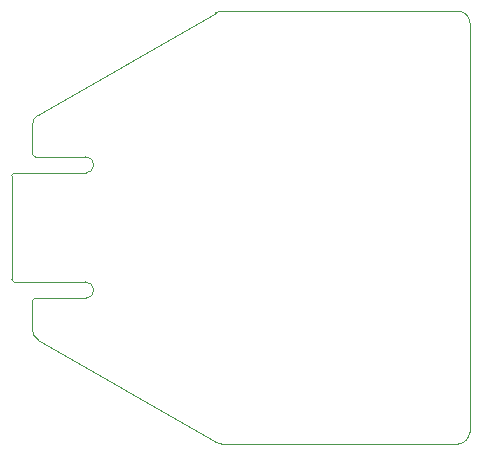
<source format=gm1>
G04 #@! TF.GenerationSoftware,KiCad,Pcbnew,9.0.3*
G04 #@! TF.CreationDate,2025-07-23T00:48:51+01:00*
G04 #@! TF.ProjectId,dectspansion,64656374-7370-4616-9e73-696f6e2e6b69,rev?*
G04 #@! TF.SameCoordinates,Original*
G04 #@! TF.FileFunction,Profile,NP*
%FSLAX46Y46*%
G04 Gerber Fmt 4.6, Leading zero omitted, Abs format (unit mm)*
G04 Created by KiCad (PCBNEW 9.0.3) date 2025-07-23 00:48:51*
%MOMM*%
%LPD*%
G01*
G04 APERTURE LIST*
G04 #@! TA.AperFunction,Profile*
%ADD10C,0.050000*%
G04 #@! TD*
G04 #@! TA.AperFunction,Profile*
%ADD11C,0.100000*%
G04 #@! TD*
G04 APERTURE END LIST*
D10*
X136030000Y-81680000D02*
G75*
G02*
X137030000Y-82679989I0J-1000000D01*
G01*
X100500000Y-90473725D02*
X115499995Y-81813472D01*
X137009989Y-117320000D02*
X137030032Y-82679989D01*
D11*
X100250000Y-94000000D02*
G75*
G02*
X100000000Y-93750000I0J250000D01*
G01*
D10*
X115499995Y-81813472D02*
G75*
G02*
X116001813Y-81679497I500005J-866028D01*
G01*
X100500000Y-109526269D02*
X115499995Y-118186522D01*
X100000000Y-93750000D02*
X100000000Y-91339750D01*
X100000000Y-91339750D02*
G75*
G02*
X100500021Y-90473762I1000000J-50D01*
G01*
X100000000Y-106250000D02*
X100000000Y-108660243D01*
X116001813Y-81679498D02*
X136027200Y-81680000D01*
D11*
X100000000Y-106250000D02*
G75*
G02*
X100250000Y-106000000I250000J0D01*
G01*
D10*
X100500000Y-109526269D02*
G75*
G02*
X99999962Y-108660243I500000J866069D01*
G01*
X137009989Y-117320011D02*
G75*
G02*
X136009957Y-118319989I-999989J11D01*
G01*
X116010000Y-118320001D02*
G75*
G02*
X115505413Y-118187524I-10000J989101D01*
G01*
X116001800Y-118320000D02*
X136001800Y-118320000D01*
X98250000Y-104400000D02*
X98250000Y-95600000D01*
X104500000Y-94000000D02*
X100250000Y-94000000D01*
X104500000Y-95400000D02*
X98450000Y-95400000D01*
X104500000Y-104600000D02*
X98450000Y-104600000D01*
X104500000Y-106000000D02*
X100250000Y-106000000D01*
X98250000Y-95600000D02*
G75*
G02*
X98450000Y-95400000I200000J0D01*
G01*
X98450000Y-104600000D02*
G75*
G02*
X98250000Y-104400000I0J200000D01*
G01*
X104500000Y-94000000D02*
G75*
G02*
X105200000Y-94700000I0J-700000D01*
G01*
X104500000Y-104600000D02*
G75*
G02*
X105200000Y-105300000I0J-700000D01*
G01*
X105200000Y-94700000D02*
G75*
G02*
X104500000Y-95400000I-700000J0D01*
G01*
X105200000Y-105300000D02*
G75*
G02*
X104500000Y-106000000I-700000J0D01*
G01*
M02*

</source>
